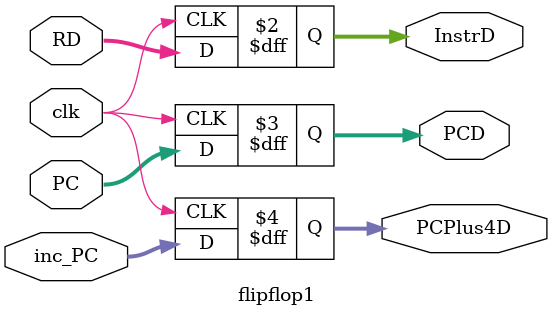
<source format=sv>
module flipflop1 #(
    parameter ADDRESS_WIDTH = 32,
              DATA_WIDTH = 32
)(
    input logic         clk,
    input logic [DATA_WIDTH-1:0]       RD,
    input logic [DATA_WIDTH-1:0]       PC,
    input logic [DATA_WIDTH-1:0]       inc_PC,
    output logic [DATA_WIDTH-1:0]      InstrD,
    output logic [DATA_WIDTH-1:0]      PCD,
    output logic [DATA_WIDTH-1:0]      PCPlus4D
);

always_ff @(posedge clk)
    begin
        InstrD <= RD;
        PCD <= PC;
        PCPlus4D <= inc_PC;
    end
endmodule

</source>
